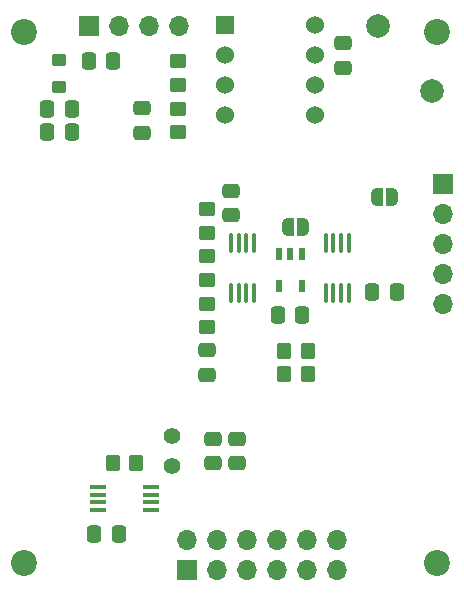
<source format=gbr>
%TF.GenerationSoftware,KiCad,Pcbnew,8.0.2*%
%TF.CreationDate,2024-06-08T00:27:39-04:00*%
%TF.ProjectId,EIS Board,45495320-426f-4617-9264-2e6b69636164,rev?*%
%TF.SameCoordinates,Original*%
%TF.FileFunction,Soldermask,Top*%
%TF.FilePolarity,Negative*%
%FSLAX46Y46*%
G04 Gerber Fmt 4.6, Leading zero omitted, Abs format (unit mm)*
G04 Created by KiCad (PCBNEW 8.0.2) date 2024-06-08 00:27:39*
%MOMM*%
%LPD*%
G01*
G04 APERTURE LIST*
G04 Aperture macros list*
%AMRoundRect*
0 Rectangle with rounded corners*
0 $1 Rounding radius*
0 $2 $3 $4 $5 $6 $7 $8 $9 X,Y pos of 4 corners*
0 Add a 4 corners polygon primitive as box body*
4,1,4,$2,$3,$4,$5,$6,$7,$8,$9,$2,$3,0*
0 Add four circle primitives for the rounded corners*
1,1,$1+$1,$2,$3*
1,1,$1+$1,$4,$5*
1,1,$1+$1,$6,$7*
1,1,$1+$1,$8,$9*
0 Add four rect primitives between the rounded corners*
20,1,$1+$1,$2,$3,$4,$5,0*
20,1,$1+$1,$4,$5,$6,$7,0*
20,1,$1+$1,$6,$7,$8,$9,0*
20,1,$1+$1,$8,$9,$2,$3,0*%
%AMFreePoly0*
4,1,19,0.000000,0.744911,0.071157,0.744911,0.207708,0.704816,0.327430,0.627875,0.420627,0.520320,0.479746,0.390866,0.500000,0.250000,0.500000,-0.250000,0.479746,-0.390866,0.420627,-0.520320,0.327430,-0.627875,0.207708,-0.704816,0.071157,-0.744911,0.000000,-0.744911,0.000000,-0.750000,-0.500000,-0.750000,-0.500000,0.750000,0.000000,0.750000,0.000000,0.744911,0.000000,0.744911,
$1*%
%AMFreePoly1*
4,1,19,0.500000,-0.750000,0.000000,-0.750000,0.000000,-0.744911,-0.071157,-0.744911,-0.207708,-0.704816,-0.327430,-0.627875,-0.420627,-0.520320,-0.479746,-0.390866,-0.500000,-0.250000,-0.500000,0.250000,-0.479746,0.390866,-0.420627,0.520320,-0.327430,0.627875,-0.207708,0.704816,-0.071157,0.744911,0.000000,0.744911,0.000000,0.750000,0.500000,0.750000,0.500000,-0.750000,0.500000,-0.750000,
$1*%
G04 Aperture macros list end*
%ADD10C,1.524000*%
%ADD11R,1.524000X1.524000*%
%ADD12R,1.358900X0.431800*%
%ADD13R,0.508000X0.977900*%
%ADD14O,1.700000X1.700000*%
%ADD15R,1.700000X1.700000*%
%ADD16RoundRect,0.250000X0.475000X-0.337500X0.475000X0.337500X-0.475000X0.337500X-0.475000X-0.337500X0*%
%ADD17RoundRect,0.250000X-0.337500X-0.475000X0.337500X-0.475000X0.337500X0.475000X-0.337500X0.475000X0*%
%ADD18RoundRect,0.250000X-0.350000X-0.450000X0.350000X-0.450000X0.350000X0.450000X-0.350000X0.450000X0*%
%ADD19RoundRect,0.100000X0.100000X-0.712500X0.100000X0.712500X-0.100000X0.712500X-0.100000X-0.712500X0*%
%ADD20RoundRect,0.250000X-0.450000X0.350000X-0.450000X-0.350000X0.450000X-0.350000X0.450000X0.350000X0*%
%ADD21RoundRect,0.250000X0.350000X0.450000X-0.350000X0.450000X-0.350000X-0.450000X0.350000X-0.450000X0*%
%ADD22RoundRect,0.250000X0.450000X-0.350000X0.450000X0.350000X-0.450000X0.350000X-0.450000X-0.350000X0*%
%ADD23C,2.000000*%
%ADD24C,2.200000*%
%ADD25RoundRect,0.250000X-0.475000X0.337500X-0.475000X-0.337500X0.475000X-0.337500X0.475000X0.337500X0*%
%ADD26C,1.400000*%
%ADD27RoundRect,0.250000X0.337500X0.475000X-0.337500X0.475000X-0.337500X-0.475000X0.337500X-0.475000X0*%
%ADD28RoundRect,0.250000X-0.350000X0.275000X-0.350000X-0.275000X0.350000X-0.275000X0.350000X0.275000X0*%
%ADD29FreePoly0,0.000000*%
%ADD30FreePoly1,0.000000*%
%ADD31RoundRect,0.100000X-0.100000X0.712500X-0.100000X-0.712500X0.100000X-0.712500X0.100000X0.712500X0*%
G04 APERTURE END LIST*
D10*
%TO.C,U9*%
X127120000Y-51920000D03*
X127120000Y-54460000D03*
X127120000Y-57000000D03*
X127120000Y-59540000D03*
X119500000Y-59540000D03*
X119500000Y-57000000D03*
X119500000Y-54460000D03*
D11*
X119500000Y-51920000D03*
%TD*%
D12*
%TO.C,U7*%
X108771150Y-92974999D03*
X108771150Y-92325001D03*
X108771150Y-91674999D03*
X108771150Y-91025001D03*
X113228850Y-91025001D03*
X113228850Y-91674999D03*
X113228850Y-92325001D03*
X113228850Y-92974999D03*
%TD*%
D13*
%TO.C,U4*%
X126000000Y-74000000D03*
X124099998Y-74000000D03*
X124099998Y-71269500D03*
X125049999Y-71269500D03*
X126000000Y-71269500D03*
%TD*%
D14*
%TO.C,J2*%
X138000000Y-75540000D03*
X138000000Y-73000000D03*
X138000000Y-70460000D03*
X138000000Y-67920000D03*
D15*
X138000000Y-65380000D03*
%TD*%
D14*
%TO.C,J3*%
X129000000Y-95500000D03*
X129000000Y-98040000D03*
X126460000Y-95500000D03*
X126460000Y-98040000D03*
X123920000Y-95500000D03*
X123920000Y-98040000D03*
X121380000Y-95500000D03*
X121380000Y-98040000D03*
X118840000Y-95500000D03*
X118840000Y-98040000D03*
X116300000Y-95500000D03*
D15*
X116300000Y-98040000D03*
%TD*%
D16*
%TO.C,C7*%
X118000000Y-79462500D03*
X118000000Y-81537500D03*
%TD*%
D17*
%TO.C,C3*%
X106537500Y-59000000D03*
X104462500Y-59000000D03*
%TD*%
D18*
%TO.C,R21*%
X112000000Y-89000000D03*
X110000000Y-89000000D03*
%TD*%
D19*
%TO.C,U3*%
X120025000Y-70387500D03*
X120675000Y-70387500D03*
X121325000Y-70387500D03*
X121975000Y-70387500D03*
X121975000Y-74612500D03*
X121325000Y-74612500D03*
X120675000Y-74612500D03*
X120025000Y-74612500D03*
%TD*%
D20*
%TO.C,R19*%
X115500000Y-57000000D03*
X115500000Y-55000000D03*
%TD*%
D21*
%TO.C,R22*%
X124500000Y-81500000D03*
X126500000Y-81500000D03*
%TD*%
D17*
%TO.C,C13*%
X134037500Y-74500000D03*
X131962500Y-74500000D03*
%TD*%
D22*
%TO.C,R4*%
X118000000Y-75500000D03*
X118000000Y-77500000D03*
%TD*%
D16*
%TO.C,C14*%
X120000000Y-65962500D03*
X120000000Y-68037500D03*
%TD*%
D22*
%TO.C,R7*%
X118000000Y-71500000D03*
X118000000Y-73500000D03*
%TD*%
D16*
%TO.C,C20*%
X118500000Y-86925000D03*
X118500000Y-89000000D03*
%TD*%
D17*
%TO.C,C2*%
X110037500Y-55000000D03*
X107962500Y-55000000D03*
%TD*%
%TO.C,C4*%
X106537500Y-61000000D03*
X104462500Y-61000000D03*
%TD*%
D23*
%TO.C,TP5*%
X137000000Y-57500000D03*
%TD*%
D17*
%TO.C,C22*%
X110537500Y-95000000D03*
X108462500Y-95000000D03*
%TD*%
D18*
%TO.C,R23*%
X126500000Y-79500000D03*
X124500000Y-79500000D03*
%TD*%
D24*
%TO.C,H1*%
X102500000Y-52500000D03*
%TD*%
D23*
%TO.C,TP7*%
X132500000Y-52000000D03*
%TD*%
D24*
%TO.C,H3*%
X102500000Y-97500000D03*
%TD*%
D25*
%TO.C,C21*%
X112500000Y-61037500D03*
X112500000Y-58962500D03*
%TD*%
D20*
%TO.C,R20*%
X115500000Y-61000000D03*
X115500000Y-59000000D03*
%TD*%
D24*
%TO.C,H4*%
X137500000Y-97500000D03*
%TD*%
D26*
%TO.C,JP1*%
X115000000Y-86710000D03*
X115000000Y-89250000D03*
%TD*%
D27*
%TO.C,C23*%
X123962500Y-76500000D03*
X126037500Y-76500000D03*
%TD*%
D20*
%TO.C,R5*%
X118000000Y-69500000D03*
X118000000Y-67500000D03*
%TD*%
D16*
%TO.C,C18*%
X129500000Y-53462500D03*
X129500000Y-55537500D03*
%TD*%
D24*
%TO.C,H2*%
X137500000Y-52500000D03*
%TD*%
D28*
%TO.C,FB1*%
X105500000Y-57150000D03*
X105500000Y-54850000D03*
%TD*%
D16*
%TO.C,C19*%
X120500000Y-86925000D03*
X120500000Y-89000000D03*
%TD*%
D14*
%TO.C,J1*%
X115620000Y-52000000D03*
X113080000Y-52000000D03*
X110540000Y-52000000D03*
D15*
X108000000Y-52000000D03*
%TD*%
D29*
%TO.C,JP3*%
X126150000Y-69000000D03*
D30*
X124850000Y-69000000D03*
%TD*%
D29*
%TO.C,JP2*%
X133650000Y-66500000D03*
D30*
X132350000Y-66500000D03*
%TD*%
D31*
%TO.C,U5*%
X129975000Y-74612500D03*
X129325000Y-74612500D03*
X128675000Y-74612500D03*
X128025000Y-74612500D03*
X128025000Y-70387500D03*
X128675000Y-70387500D03*
X129325000Y-70387500D03*
X129975000Y-70387500D03*
%TD*%
M02*

</source>
